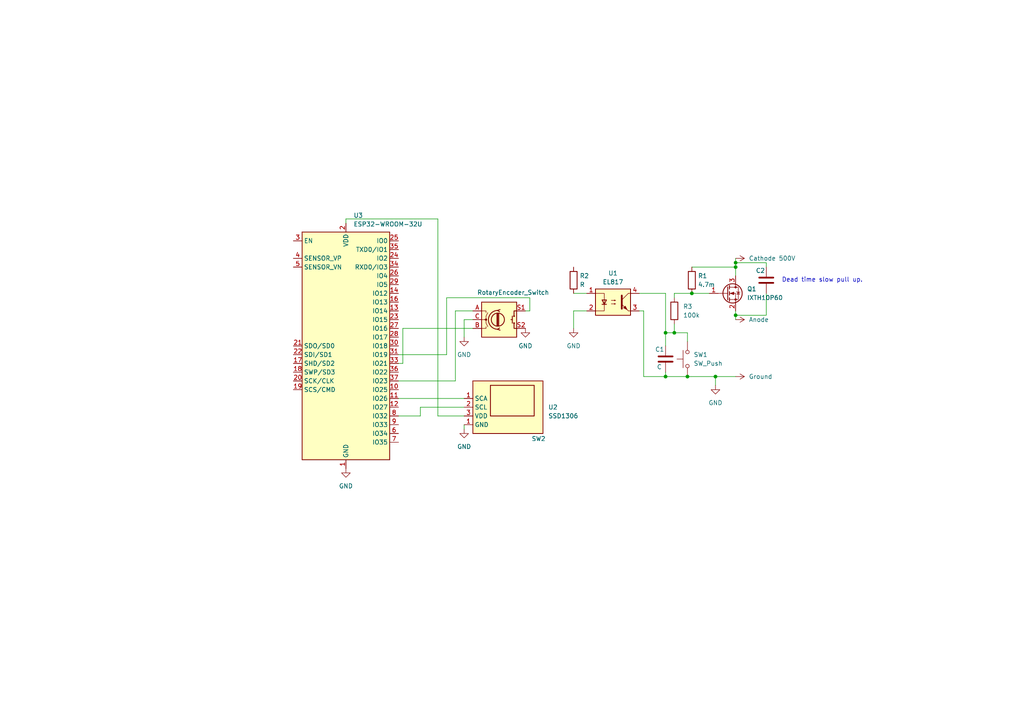
<source format=kicad_sch>
(kicad_sch (version 20230819) (generator eeschema)
  (paper "A4")
  (lib_symbols
    (symbol "Device:C" (pin_numbers hide) (pin_names (offset 0.254))
      (property "Reference" "C" (at 0.635 2.54 0))
      (property "Value" "C" (at 0.635 -2.54 0))
      (symbol "C_0_1"
        (polyline (pts (xy -2.032 -0.762) (xy 2.032 -0.762)) (stroke (width 0.508)))
        (polyline (pts (xy -2.032 0.762) (xy 2.032 0.762)) (stroke (width 0.508)))
      )
      (symbol "C_1_1"
        (pin passive line (at 0 3.81 270) (length 2.794) (name "~") (number "1"))
        (pin passive line (at 0 -3.81 90) (length 2.794) (name "~") (number "2"))
      )
    )
    (symbol "Device:R" (pin_numbers hide) (pin_names (offset 0))
      (property "Reference" "R" (at 2.032 0 90))
      (property "Value" "R" (at 0 0 90))
      (symbol "R_0_1"
        (rectangle (start -1.016 -2.54) (end 1.016 2.54) (stroke (width 0.254)))
      )
      (symbol "R_1_1"
        (pin passive line (at 0 3.81 270) (length 1.27) (name "~") (number "1"))
        (pin passive line (at 0 -3.81 90) (length 1.27) (name "~") (number "2"))
      )
    )
    (symbol "Device:RotaryEncoder_Switch" (pin_names (offset 0.254) hide)
      (property "Reference" "SW" (at 0 6.604 0))
      (property "Value" "RotaryEncoder_Switch" (at 0 -6.604 0))
      (symbol "RotaryEncoder_Switch_0_1"
        (rectangle (start -5.08 5.08) (end 5.08 -5.08) (stroke (width 0.254)) (fill (type background)))
        (circle (center -3.81 0) (radius 0.254) (fill (type outline)))
        (circle (center -0.381 0) (radius 1.905) (stroke (width 0.254)))
        (arc (start -0.381 2.667) (mid -3.0988 -0.0635) (end -0.381 -2.794) (stroke (width 0.254)))
        (polyline (pts (xy -0.635 -1.778) (xy -0.635 1.778)) (stroke (width 0.254)))
        (polyline (pts (xy -0.381 -1.778) (xy -0.381 1.778)) (stroke (width 0.254)))
        (polyline (pts (xy -0.127 1.778) (xy -0.127 -1.778)) (stroke (width 0.254)))
        (polyline (pts (xy 3.81 0) (xy 3.429 0)) (stroke (width 0.254)))
        (polyline (pts (xy 3.81 1.016) (xy 3.81 -1.016)) (stroke (width 0.254)))
        (polyline (pts (xy -5.08 -2.54) (xy -3.81 -2.54) (xy -3.81 -2.032)))
        (polyline (pts (xy -5.08 2.54) (xy -3.81 2.54) (xy -3.81 2.032)))
        (polyline (pts (xy 0.254 -3.048) (xy -0.508 -2.794) (xy 0.127 -2.413)) (stroke (width 0.254)))
        (polyline (pts (xy 0.254 2.921) (xy -0.508 2.667) (xy 0.127 2.286)) (stroke (width 0.254)))
        (polyline (pts (xy 5.08 -2.54) (xy 4.318 -2.54) (xy 4.318 -1.016)) (stroke (width 0.254)))
        (polyline (pts (xy 5.08 2.54) (xy 4.318 2.54) (xy 4.318 1.016)) (stroke (width 0.254)))
        (polyline (pts (xy -5.08 0) (xy -3.81 0) (xy -3.81 -1.016) (xy -3.302 -2.032)))
        (polyline (pts (xy -4.318 0) (xy -3.81 0) (xy -3.81 1.016) (xy -3.302 2.032)))
        (circle (center 4.318 -1.016) (radius 0.127) (stroke (width 0.254)))
        (circle (center 4.318 1.016) (radius 0.127) (stroke (width 0.254)))
      )
      (symbol "RotaryEncoder_Switch_1_1"
        (pin passive line (at -7.62 2.54 0) (length 2.54) (name "A") (number "A"))
        (pin passive line (at -7.62 -2.54 0) (length 2.54) (name "B") (number "B"))
        (pin passive line (at -7.62 0 0) (length 2.54) (name "C") (number "C"))
        (pin passive line (at 7.62 2.54 180) (length 2.54) (name "S1") (number "S1"))
        (pin passive line (at 7.62 -2.54 180) (length 2.54) (name "S2") (number "S2"))
      )
    )
    (symbol "Display_Character:EA_T123X-I2C"
      (property "Reference" "U2" (at 11.684 1.2701 0))
      (property "Value" "SSD1306" (at 11.684 -1.2699 0))
      (symbol "EA_T123X-I2C_0_0"
        (rectangle (start -5.08 7.62) (end 7.62 -1.27) (stroke (width 0.254)))
      )
      (symbol "EA_T123X-I2C_0_1"
        (rectangle (start -10.16 8.89) (end 10.16 -6.35) (stroke (width 0.254)) (fill (type background)))
      )
      (symbol "EA_T123X-I2C_1_1"
        (pin power_in line (at -12.7 -3.81 0) (length 2.54) (name "GND") (number "1"))
        (pin input line (at -12.7 3.81 0) (length 2.54) (name "SCA") (number "1"))
        (pin bidirectional line (at -12.7 1.27 0) (length 2.54) (name "SCL") (number "2"))
        (pin power_in line (at -12.7 -1.27 0) (length 2.54) (name "VDD") (number "3"))
      )
    )
    (symbol "Isolator:EL817" (pin_names (offset 1.016))
      (property "Reference" "U" (at -5.08 5.08 0))
      (property "Value" "EL817" (at 0 5.08 0))
      (symbol "EL817_0_1"
        (rectangle (start -5.08 3.81) (end 5.08 -3.81) (stroke (width 0.254)) (fill (type background)))
        (polyline (pts (xy -3.175 -0.635) (xy -1.905 -0.635)) (stroke (width 0.254)))
        (polyline (pts (xy 2.54 0.635) (xy 4.445 2.54)))
        (polyline (pts (xy 4.445 -2.54) (xy 2.54 -0.635)) (fill (type outline)))
        (polyline (pts (xy 4.445 -2.54) (xy 5.08 -2.54)))
        (polyline (pts (xy 4.445 2.54) (xy 5.08 2.54)))
        (polyline (pts (xy -5.08 2.54) (xy -2.54 2.54) (xy -2.54 -0.635)))
        (polyline (pts (xy -2.54 -0.635) (xy -2.54 -2.54) (xy -5.08 -2.54)))
        (polyline (pts (xy 2.54 1.905) (xy 2.54 -1.905) (xy 2.54 -1.905)) (stroke (width 0.508)))
        (polyline (pts (xy -2.54 -0.635) (xy -3.175 0.635) (xy -1.905 0.635) (xy -2.54 -0.635)) (stroke (width 0.254)))
        (polyline (pts (xy -0.508 -0.508) (xy 0.762 -0.508) (xy 0.381 -0.635) (xy 0.381 -0.381) (xy 0.762 -0.508)))
        (polyline (pts (xy -0.508 0.508) (xy 0.762 0.508) (xy 0.381 0.381) (xy 0.381 0.635) (xy 0.762 0.508)))
        (polyline (pts (xy 3.048 -1.651) (xy 3.556 -1.143) (xy 4.064 -2.159) (xy 3.048 -1.651) (xy 3.048 -1.651)) (fill (type outline)))
      )
      (symbol "EL817_1_1"
        (pin passive line (at -7.62 2.54 0) (length 2.54) (name "~") (number "1"))
        (pin passive line (at -7.62 -2.54 0) (length 2.54) (name "~") (number "2"))
        (pin passive line (at 7.62 -2.54 180) (length 2.54) (name "~") (number "3"))
        (pin passive line (at 7.62 2.54 180) (length 2.54) (name "~") (number "4"))
      )
    )
    (symbol "RF_Module:ESP32-WROOM-32U"
      (property "Reference" "U" (at -12.7 34.29 0))
      (property "Value" "ESP32-WROOM-32U" (at 1.27 34.29 0))
      (symbol "ESP32-WROOM-32U_0_1"
        (rectangle (start -12.7 33.02) (end 12.7 -33.02) (stroke (width 0.254)) (fill (type background)))
      )
      (symbol "ESP32-WROOM-32U_1_1"
        (pin power_in line (at 0 -35.56 90) (length 2.54) (name "GND") (number "1"))
        (pin bidirectional line (at 15.24 -12.7 180) (length 2.54) (name "IO25") (number "10"))
        (pin bidirectional line (at 15.24 -15.24 180) (length 2.54) (name "IO26") (number "11"))
        (pin bidirectional line (at 15.24 -17.78 180) (length 2.54) (name "IO27") (number "12"))
        (pin bidirectional line (at 15.24 10.16 180) (length 2.54) (name "IO14") (number "13"))
        (pin bidirectional line (at 15.24 15.24 180) (length 2.54) (name "IO12") (number "14"))
        (pin passive line (at 0 -35.56 90) (length 2.54) hide (name "GND") (number "15"))
        (pin bidirectional line (at 15.24 12.7 180) (length 2.54) (name "IO13") (number "16"))
        (pin bidirectional line (at -15.24 -5.08 0) (length 2.54) (name "SHD/SD2") (number "17"))
        (pin bidirectional line (at -15.24 -7.62 0) (length 2.54) (name "SWP/SD3") (number "18"))
        (pin bidirectional line (at -15.24 -12.7 0) (length 2.54) (name "SCS/CMD") (number "19"))
        (pin power_in line (at 0 35.56 270) (length 2.54) (name "VDD") (number "2"))
        (pin bidirectional line (at -15.24 -10.16 0) (length 2.54) (name "SCK/CLK") (number "20"))
        (pin bidirectional line (at -15.24 0 0) (length 2.54) (name "SDO/SD0") (number "21"))
        (pin bidirectional line (at -15.24 -2.54 0) (length 2.54) (name "SDI/SD1") (number "22"))
        (pin bidirectional line (at 15.24 7.62 180) (length 2.54) (name "IO15") (number "23"))
        (pin bidirectional line (at 15.24 25.4 180) (length 2.54) (name "IO2") (number "24"))
        (pin bidirectional line (at 15.24 30.48 180) (length 2.54) (name "IO0") (number "25"))
        (pin bidirectional line (at 15.24 20.32 180) (length 2.54) (name "IO4") (number "26"))
        (pin bidirectional line (at 15.24 5.08 180) (length 2.54) (name "IO16") (number "27"))
        (pin bidirectional line (at 15.24 2.54 180) (length 2.54) (name "IO17") (number "28"))
        (pin bidirectional line (at 15.24 17.78 180) (length 2.54) (name "IO5") (number "29"))
        (pin input line (at -15.24 30.48 0) (length 2.54) (name "EN") (number "3"))
        (pin bidirectional line (at 15.24 0 180) (length 2.54) (name "IO18") (number "30"))
        (pin bidirectional line (at 15.24 -2.54 180) (length 2.54) (name "IO19") (number "31"))
        (pin no_connect line (at -12.7 -27.94 0) (length 2.54) hide (name "NC") (number "32"))
        (pin bidirectional line (at 15.24 -5.08 180) (length 2.54) (name "IO21") (number "33"))
        (pin bidirectional line (at 15.24 22.86 180) (length 2.54) (name "RXD0/IO3") (number "34"))
        (pin bidirectional line (at 15.24 27.94 180) (length 2.54) (name "TXD0/IO1") (number "35"))
        (pin bidirectional line (at 15.24 -7.62 180) (length 2.54) (name "IO22") (number "36"))
        (pin bidirectional line (at 15.24 -10.16 180) (length 2.54) (name "IO23") (number "37"))
        (pin passive line (at 0 -35.56 90) (length 2.54) hide (name "GND") (number "38"))
        (pin passive line (at 0 -35.56 90) (length 2.54) hide (name "GND") (number "39"))
        (pin input line (at -15.24 25.4 0) (length 2.54) (name "SENSOR_VP") (number "4"))
        (pin input line (at -15.24 22.86 0) (length 2.54) (name "SENSOR_VN") (number "5"))
        (pin input line (at 15.24 -25.4 180) (length 2.54) (name "IO34") (number "6"))
        (pin input line (at 15.24 -27.94 180) (length 2.54) (name "IO35") (number "7"))
        (pin bidirectional line (at 15.24 -20.32 180) (length 2.54) (name "IO32") (number "8"))
        (pin bidirectional line (at 15.24 -22.86 180) (length 2.54) (name "IO33") (number "9"))
      )
    )
    (symbol "Switch:SW_Push" (pin_numbers hide) (pin_names (offset 1.016) hide)
      (property "Reference" "SW" (at 1.27 2.54 0))
      (property "Value" "SW_Push" (at 0 -1.524 0))
      (symbol "SW_Push_0_1"
        (circle (center -2.032 0) (radius 0.508))
        (polyline (pts (xy 0 1.27) (xy 0 3.048)))
        (polyline (pts (xy 2.54 1.27) (xy -2.54 1.27)))
        (circle (center 2.032 0) (radius 0.508))
        (pin passive line (at -5.08 0 0) (length 2.54) (name "1") (number "1"))
        (pin passive line (at 5.08 0 180) (length 2.54) (name "2") (number "2"))
      )
    )
    (symbol "Transistor_FET:BSS127S" (pin_names hide)
      (property "Reference" "Q" (at 5.08 1.905 0))
      (property "Value" "BSS127S" (at 5.08 0 0))
      (symbol "BSS127S_0_1"
        (polyline (pts (xy 0.254 0) (xy -2.54 0)))
        (polyline (pts (xy 0.254 1.905) (xy 0.254 -1.905)) (stroke (width 0.254)))
        (polyline (pts (xy 0.762 -1.27) (xy 0.762 -2.286)) (stroke (width 0.254)))
        (polyline (pts (xy 0.762 0.508) (xy 0.762 -0.508)) (stroke (width 0.254)))
        (polyline (pts (xy 0.762 2.286) (xy 0.762 1.27)) (stroke (width 0.254)))
        (polyline (pts (xy 2.54 2.54) (xy 2.54 1.778)))
        (polyline (pts (xy 2.54 -2.54) (xy 2.54 0) (xy 0.762 0)))
        (polyline (pts (xy 0.762 -1.778) (xy 3.302 -1.778) (xy 3.302 1.778) (xy 0.762 1.778)))
        (polyline (pts (xy 1.016 0) (xy 2.032 0.381) (xy 2.032 -0.381) (xy 1.016 0)) (fill (type outline)))
        (polyline (pts (xy 2.794 0.508) (xy 2.921 0.381) (xy 3.683 0.381) (xy 3.81 0.254)))
        (polyline (pts (xy 3.302 0.381) (xy 2.921 -0.254) (xy 3.683 -0.254) (xy 3.302 0.381)))
        (circle (center 1.651 0) (radius 2.794) (stroke (width 0.254)))
        (circle (center 2.54 -1.778) (radius 0.254) (fill (type outline)))
        (circle (center 2.54 1.778) (radius 0.254) (fill (type outline)))
      )
      (symbol "BSS127S_1_1"
        (pin input line (at -5.08 0 0) (length 2.54) (name "G") (number "1"))
        (pin passive line (at 2.54 -5.08 90) (length 2.54) (name "S") (number "2"))
        (pin passive line (at 2.54 5.08 270) (length 2.54) (name "D") (number "3"))
      )
    )
    (symbol "power:+5V" (power) (pin_names (offset 0))
      (property "Value" "+5V" (at 0 3.556 0))
      (symbol "+5V_0_1"
        (polyline (pts (xy -0.762 1.27) (xy 0 2.54)))
        (polyline (pts (xy 0 0) (xy 0 2.54)))
        (polyline (pts (xy 0 2.54) (xy 0.762 1.27)))
      )
      (symbol "+5V_1_1"
        (pin power_in line (at 0 0 90) (length 0) hide (name "+5V") (number "1"))
      )
    )
    (symbol "power:GND" (power) (pin_names (offset 0))
      (property "Value" "GND" (at 0 -3.81 0))
      (symbol "GND_0_1"
        (polyline (pts (xy 0 0) (xy 0 -1.27) (xy 1.27 -1.27) (xy 0 -2.54) (xy -1.27 -1.27) (xy 0 -1.27)))
      )
      (symbol "GND_1_1"
        (pin power_in line (at 0 0 270) (length 0) hide (name "GND") (number "1"))
      )
    )
  )
  (junction (at 213.36 76.2))
  (junction (at 200.66 85.09))
  (junction (at 193.04 109.22))
  (junction (at 199.39 109.22))
  (junction (at 195.58 96.52))
  (junction (at 213.36 91.44))
  (junction (at 213.36 77.47))
  (junction (at 207.518 109.22))
  (junction (at 193.04 96.52))
  (wire (pts (xy 193.04 107.95) (xy 193.04 109.22)))
  (wire (pts (xy 222.25 85.09) (xy 222.25 91.44)))
  (wire (pts (xy 100.33 63.5) (xy 100.33 64.77)))
  (wire (pts (xy 213.36 91.44) (xy 213.36 92.71)))
  (wire (pts (xy 132.08 90.17) (xy 132.08 110.49)))
  (wire (pts (xy 222.25 91.44) (xy 213.36 91.44)))
  (wire (pts (xy 207.518 109.22) (xy 213.36 109.22)))
  (wire (pts (xy 195.58 85.09) (xy 195.58 86.36)))
  (wire (pts (xy 186.69 90.17) (xy 186.69 109.22)))
  (wire (pts (xy 200.66 77.47) (xy 213.36 77.47)))
  (wire (pts (xy 186.69 90.17) (xy 185.42 90.17)))
  (wire (pts (xy 207.518 109.22) (xy 207.518 111.76)))
  (wire (pts (xy 115.57 120.65) (xy 121.92 120.65)))
  (wire (pts (xy 199.39 96.52) (xy 199.39 99.06)))
  (wire (pts (xy 170.18 90.17) (xy 166.37 90.17)))
  (wire (pts (xy 127 120.65) (xy 134.62 120.65)))
  (wire (pts (xy 195.58 96.52) (xy 199.39 96.52)))
  (wire (pts (xy 134.62 123.19) (xy 134.62 124.46)))
  (wire (pts (xy 129.54 102.87) (xy 129.54 86.36)))
  (wire (pts (xy 116.84 105.41) (xy 116.84 95.25)))
  (wire (pts (xy 185.42 85.09) (xy 193.04 85.09)))
  (wire (pts (xy 115.57 110.49) (xy 132.08 110.49)))
  (wire (pts (xy 213.36 76.2) (xy 213.36 77.47)))
  (wire (pts (xy 186.69 109.22) (xy 193.04 109.22)))
  (wire (pts (xy 116.84 95.25) (xy 137.16 95.25)))
  (wire (pts (xy 134.62 118.11) (xy 121.92 118.11)))
  (wire (pts (xy 153.67 86.36) (xy 153.67 90.17)))
  (wire (pts (xy 200.66 85.09) (xy 205.74 85.09)))
  (wire (pts (xy 213.36 74.93) (xy 213.36 76.2)))
  (wire (pts (xy 193.04 96.52) (xy 195.58 96.52)))
  (wire (pts (xy 115.57 105.41) (xy 116.84 105.41)))
  (wire (pts (xy 199.39 109.22) (xy 207.518 109.22)))
  (wire (pts (xy 222.25 77.47) (xy 222.25 76.2)))
  (wire (pts (xy 166.37 90.17) (xy 166.37 95.25)))
  (wire (pts (xy 121.92 120.65) (xy 121.92 118.11)))
  (wire (pts (xy 134.62 97.79) (xy 134.62 92.71)))
  (wire (pts (xy 115.57 115.57) (xy 134.62 115.57)))
  (wire (pts (xy 193.04 85.09) (xy 193.04 96.52)))
  (wire (pts (xy 137.16 90.17) (xy 132.08 90.17)))
  (wire (pts (xy 193.04 109.22) (xy 199.39 109.22)))
  (wire (pts (xy 115.57 102.87) (xy 129.54 102.87)))
  (wire (pts (xy 134.62 92.71) (xy 137.16 92.71)))
  (wire (pts (xy 166.37 85.09) (xy 170.18 85.09)))
  (wire (pts (xy 222.25 76.2) (xy 213.36 76.2)))
  (wire (pts (xy 213.36 77.47) (xy 213.36 80.01)))
  (wire (pts (xy 127 63.5) (xy 127 120.65)))
  (wire (pts (xy 129.54 86.36) (xy 153.67 86.36)))
  (wire (pts (xy 195.58 93.98) (xy 195.58 96.52)))
  (wire (pts (xy 213.36 90.17) (xy 213.36 91.44)))
  (wire (pts (xy 153.67 90.17) (xy 152.4 90.17)))
  (wire (pts (xy 193.04 100.33) (xy 193.04 96.52)))
  (wire (pts (xy 100.33 63.5) (xy 127 63.5)))
  (wire (pts (xy 195.58 85.09) (xy 200.66 85.09)))
  (text "Dead time slow pull up." (at 238.506 81.28 0) (effects (font (size 1.27 1.27))))
  (symbol (lib_id "Device:RotaryEncoder_Switch") (at 144.78 92.71 0) (unit 1)
    (property "Reference" "SW2" (at 156.21 127.254 0))
    (property "Value" "RotaryEncoder_Switch" (at 148.844 84.836 0))
    (property "Description" "Rotary encoder, dual channel, incremental quadrate outputs, with switch" (effects hide))
  )
  (symbol (lib_id "Isolator:EL817") (at 177.8 87.63 0) (unit 1)
    (property "Reference" "U1" (at 177.8 79.248 0))
    (property "Value" "EL817" (at 177.8 81.788 0))
    (property "Footprint" "Package_DIP:DIP-4_W7.62mm" (effects hide))
    (property "Datasheet" "http://www.everlight.com/file/ProductFile/EL817.pdf" (effects hide))
    (property "Description" "DC Optocoupler, Vce 35V, DIP-4" (effects hide))
  )
  (symbol (lib_id "power:+5V") (at 213.36 74.93 270) (unit 1)
    (property "Reference" "#PWR01" (effects hide))
    (property "Value" "Cathode 500V" (at 217.17 74.9299 90) (effects (justify left)))
    (property "Description" "Power symbol creates a global label with name \"+5V\"" (effects hide))
  )
  (symbol (lib_id "Display_Character:EA_T123X-I2C") (at 147.32 119.38 0) (unit 1)
    (property "Reference" "U2" (at 159.004 118.1099 0) (effects (justify left)))
    (property "Value" "SSD1306" (at 159.004 120.6499 0) (effects (justify left)))
    (property "Footprint" "Display:SSD1306" (effects hide))
    (property "Description" "SSD1306" (effects hide))
  )
  (symbol (lib_id "power:+5V") (at 213.36 92.71 270) (unit 1)
    (property "Reference" "#PWR02" (effects hide))
    (property "Value" "Anode" (at 217.17 92.7099 90) (effects (justify left)))
    (property "Description" "Power symbol creates a global label with name \"+5V\"" (effects hide))
  )
  (symbol (lib_id "Device:C") (at 222.25 81.28 0) (unit 1)
    (property "Reference" "C2" (at 219.202 78.486 0) (effects (justify left)))
    (property "Value" "C" (effects hide))
    (property "Description" "Unpolarized capacitor" (effects hide))
  )
  (symbol (lib_id "Device:C") (at 193.04 104.14 0) (unit 1)
    (property "Reference" "C1" (at 189.992 101.346 0) (effects (justify left)))
    (property "Value" "C" (at 190.5 106.426 0) (effects (justify left)))
    (property "Description" "Unpolarized capacitor" (effects hide))
  )
  (symbol (lib_id "power:GND") (at 100.33 135.89 0) (unit 1)
    (property "Reference" "#PWR08" (effects hide))
    (property "Value" "GND" (at 100.33 140.97 0))
    (property "Description" "Power symbol creates a global label with name \"GND\" , ground" (effects hide))
  )
  (symbol (lib_id "power:GND") (at 166.37 95.25 0) (unit 1)
    (property "Reference" "#PWR03" (effects hide))
    (property "Value" "GND" (at 166.37 100.33 0))
    (property "Description" "Power symbol creates a global label with name \"GND\" , ground" (effects hide))
  )
  (symbol (lib_id "power:GND") (at 134.62 124.46 0) (unit 1)
    (property "Reference" "#PWR07" (effects hide))
    (property "Value" "GND" (at 134.62 129.54 0))
    (property "Description" "Power symbol creates a global label with name \"GND\" , ground" (effects hide))
  )
  (symbol (lib_id "power:GND") (at 207.518 111.76 0) (unit 1)
    (property "Reference" "#PWR04" (effects hide))
    (property "Value" "GND" (at 207.518 116.84 0))
    (property "Description" "Power symbol creates a global label with name \"GND\" , ground" (effects hide))
  )
  (symbol (lib_id "Switch:SW_Push") (at 199.39 104.14 90) (unit 1)
    (property "Reference" "SW1" (at 201.168 102.8699 90) (effects (justify right)))
    (property "Value" "SW_Push" (at 201.168 105.4099 90) (effects (justify right)))
    (property "Description" "Push button switch, generic, two pins" (effects hide))
  )
  (symbol (lib_id "RF_Module:ESP32-WROOM-32U") (at 100.33 100.33 0) (unit 1)
    (property "Reference" "U3" (at 102.5241 62.484 0) (effects (justify left)))
    (property "Value" "ESP32-WROOM-32U" (at 102.5241 65.024 0) (effects (justify left)))
    (property "Footprint" "RF_Module:ESP32-WROOM-32U" (effects hide))
    (property "Datasheet" "https://www.espressif.com/sites/default/files/documentation/esp32-wroom-32d_esp32-wroom-32u_datasheet_en.pdf" (effects hide))
    (property "Description" "RF Module, ESP32-D0WD SoC, Wi-Fi 802.11b/g/n, Bluetooth, BLE, 32-bit, 2.7-3.6V, external antenna, SMD" (effects hide))
  )
  (symbol (lib_id "power:+5V") (at 213.36 109.22 270) (unit 1)
    (property "Reference" "#PWR05" (effects hide))
    (property "Value" "Ground" (at 217.17 109.2199 90) (effects (justify left)))
    (property "Description" "Power symbol creates a global label with name \"+5V\"" (effects hide))
  )
  (symbol (lib_id "Device:R") (at 200.66 81.28 0) (unit 1)
    (property "Reference" "R1" (at 202.438 80.0099 0) (effects (justify left)))
    (property "Value" "4.7m" (at 202.438 82.5499 0) (effects (justify left)))
    (property "Description" "Resistor" (effects hide))
  )
  (symbol (lib_id "Device:R") (at 166.37 81.28 0) (unit 1)
    (property "Reference" "R2" (at 168.148 80.0099 0) (effects (justify left)))
    (property "Value" "R" (at 168.148 82.5499 0) (effects (justify left)))
    (property "Description" "Resistor" (effects hide))
  )
  (symbol (lib_id "power:GND") (at 134.62 97.79 0) (unit 1)
    (property "Reference" "#PWR09" (effects hide))
    (property "Value" "GND" (at 134.62 102.87 0))
    (property "Description" "Power symbol creates a global label with name \"GND\" , ground" (effects hide))
  )
  (symbol (lib_id "Transistor_FET:BSS127S") (at 210.82 85.09 0) (unit 1)
    (property "Reference" "Q1" (at 216.662 83.8199 0) (effects (justify left)))
    (property "Value" "IXTH10P60" (at 216.662 86.3599 0) (effects (justify left)))
    (property "Footprint" "Package_TO_SOT_THT:TO-247-3_Vertical" (effects hide))
    (property "Datasheet" "https://static6.arrow.com/aropdfconversion/1c917c6b8a342d535f1ddf368e31a9950d83ee5b/lfuse_discrete_mosfets_p-channel_ixt_10p60_datasheet.pdf.pdf" (effects hide))
    (property "Description" "MOSFET P-CH Si 600V 10A 3-Pin(3+Tab) TO-247AD" (effects hide))
  )
  (symbol (lib_id "power:GND") (at 152.4 95.25 0) (unit 1)
    (property "Reference" "#PWR06" (effects hide))
    (property "Value" "GND" (at 152.4 100.33 0))
    (property "Description" "Power symbol creates a global label with name \"GND\" , ground" (effects hide))
  )
  (symbol (lib_id "Device:R") (at 195.58 90.17 0) (unit 1)
    (property "Reference" "R3" (at 198.12 88.8999 0) (effects (justify left)))
    (property "Value" "100k" (at 198.12 91.4399 0) (effects (justify left)))
    (property "Description" "Resistor" (effects hide))
  )
)
</source>
